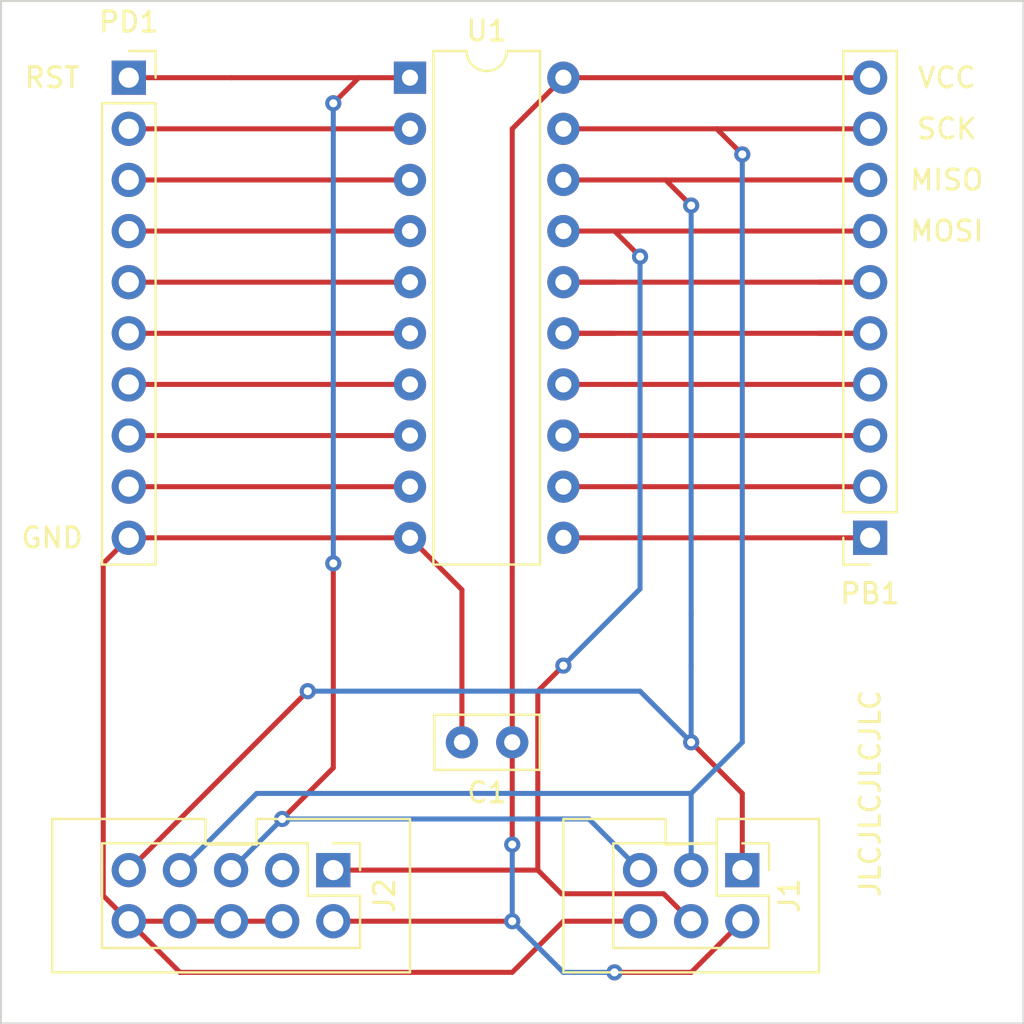
<source format=kicad_pcb>
(kicad_pcb (version 20171130) (host pcbnew "(5.1.7)-1")

  (general
    (thickness 1.6)
    (drawings 27)
    (tracks 93)
    (zones 0)
    (modules 6)
    (nets 22)
  )

  (page A4)
  (layers
    (0 F.Cu signal)
    (31 B.Cu signal)
    (32 B.Adhes user)
    (33 F.Adhes user)
    (34 B.Paste user)
    (35 F.Paste user)
    (36 B.SilkS user)
    (37 F.SilkS user)
    (38 B.Mask user)
    (39 F.Mask user)
    (40 Dwgs.User user)
    (41 Cmts.User user)
    (42 Eco1.User user)
    (43 Eco2.User user)
    (44 Edge.Cuts user)
    (45 Margin user)
    (46 B.CrtYd user)
    (47 F.CrtYd user)
    (48 B.Fab user)
    (49 F.Fab user)
  )

  (setup
    (last_trace_width 0.25)
    (trace_clearance 0.2)
    (zone_clearance 0.508)
    (zone_45_only no)
    (trace_min 0.2)
    (via_size 0.8)
    (via_drill 0.4)
    (via_min_size 0.4)
    (via_min_drill 0.3)
    (uvia_size 0.3)
    (uvia_drill 0.1)
    (uvias_allowed no)
    (uvia_min_size 0.2)
    (uvia_min_drill 0.1)
    (edge_width 0.05)
    (segment_width 0.2)
    (pcb_text_width 0.3)
    (pcb_text_size 1.5 1.5)
    (mod_edge_width 0.12)
    (mod_text_size 1 1)
    (mod_text_width 0.15)
    (pad_size 1.524 1.524)
    (pad_drill 0.762)
    (pad_to_mask_clearance 0)
    (aux_axis_origin 0 0)
    (visible_elements 7FFFFFFF)
    (pcbplotparams
      (layerselection 0x010fc_ffffffff)
      (usegerberextensions false)
      (usegerberattributes true)
      (usegerberadvancedattributes true)
      (creategerberjobfile true)
      (excludeedgelayer true)
      (linewidth 0.100000)
      (plotframeref false)
      (viasonmask false)
      (mode 1)
      (useauxorigin false)
      (hpglpennumber 1)
      (hpglpenspeed 20)
      (hpglpendiameter 15.000000)
      (psnegative false)
      (psa4output false)
      (plotreference true)
      (plotvalue true)
      (plotinvisibletext false)
      (padsonsilk false)
      (subtractmaskfromsilk false)
      (outputformat 1)
      (mirror false)
      (drillshape 0)
      (scaleselection 1)
      (outputdirectory "gerber/"))
  )

  (net 0 "")
  (net 1 "Net-(C1-Pad2)")
  (net 2 "Net-(C1-Pad1)")
  (net 3 "Net-(J1-Pad5)")
  (net 4 "Net-(J1-Pad4)")
  (net 5 "Net-(J1-Pad3)")
  (net 6 "Net-(J1-Pad1)")
  (net 7 "Net-(J2-Pad3)")
  (net 8 "Net-(PB1-Pad6)")
  (net 9 "Net-(PB1-Pad5)")
  (net 10 "Net-(PB1-Pad4)")
  (net 11 "Net-(PB1-Pad3)")
  (net 12 "Net-(PB1-Pad2)")
  (net 13 "Net-(PB1-Pad1)")
  (net 14 "Net-(PD1-Pad9)")
  (net 15 "Net-(PD1-Pad8)")
  (net 16 "Net-(PD1-Pad7)")
  (net 17 "Net-(PD1-Pad6)")
  (net 18 "Net-(PD1-Pad5)")
  (net 19 "Net-(PD1-Pad4)")
  (net 20 "Net-(PD1-Pad3)")
  (net 21 "Net-(PD1-Pad2)")

  (net_class Default "This is the default net class."
    (clearance 0.2)
    (trace_width 0.25)
    (via_dia 0.8)
    (via_drill 0.4)
    (uvia_dia 0.3)
    (uvia_drill 0.1)
    (add_net "Net-(C1-Pad1)")
    (add_net "Net-(C1-Pad2)")
    (add_net "Net-(J1-Pad1)")
    (add_net "Net-(J1-Pad3)")
    (add_net "Net-(J1-Pad4)")
    (add_net "Net-(J1-Pad5)")
    (add_net "Net-(J2-Pad3)")
    (add_net "Net-(PB1-Pad1)")
    (add_net "Net-(PB1-Pad2)")
    (add_net "Net-(PB1-Pad3)")
    (add_net "Net-(PB1-Pad4)")
    (add_net "Net-(PB1-Pad5)")
    (add_net "Net-(PB1-Pad6)")
    (add_net "Net-(PD1-Pad2)")
    (add_net "Net-(PD1-Pad3)")
    (add_net "Net-(PD1-Pad4)")
    (add_net "Net-(PD1-Pad5)")
    (add_net "Net-(PD1-Pad6)")
    (add_net "Net-(PD1-Pad7)")
    (add_net "Net-(PD1-Pad8)")
    (add_net "Net-(PD1-Pad9)")
  )

  (module Connector_PinSocket_2.54mm:PinSocket_1x10_P2.54mm_Vertical (layer F.Cu) (tedit 5A19A425) (tstamp 5F9F5D0A)
    (at 105.41 85.09)
    (descr "Through hole straight socket strip, 1x10, 2.54mm pitch, single row (from Kicad 4.0.7), script generated")
    (tags "Through hole socket strip THT 1x10 2.54mm single row")
    (path /5FA95298)
    (fp_text reference PD1 (at 0 -2.77) (layer F.SilkS)
      (effects (font (size 1 1) (thickness 0.15)))
    )
    (fp_text value Conn_01x10 (at 0 25.63) (layer F.Fab)
      (effects (font (size 1 1) (thickness 0.15)))
    )
    (fp_text user %R (at 0 11.43 90) (layer F.Fab)
      (effects (font (size 1 1) (thickness 0.15)))
    )
    (fp_line (start -1.27 -1.27) (end 0.635 -1.27) (layer F.Fab) (width 0.1))
    (fp_line (start 0.635 -1.27) (end 1.27 -0.635) (layer F.Fab) (width 0.1))
    (fp_line (start 1.27 -0.635) (end 1.27 24.13) (layer F.Fab) (width 0.1))
    (fp_line (start 1.27 24.13) (end -1.27 24.13) (layer F.Fab) (width 0.1))
    (fp_line (start -1.27 24.13) (end -1.27 -1.27) (layer F.Fab) (width 0.1))
    (fp_line (start -1.33 1.27) (end 1.33 1.27) (layer F.SilkS) (width 0.12))
    (fp_line (start -1.33 1.27) (end -1.33 24.19) (layer F.SilkS) (width 0.12))
    (fp_line (start -1.33 24.19) (end 1.33 24.19) (layer F.SilkS) (width 0.12))
    (fp_line (start 1.33 1.27) (end 1.33 24.19) (layer F.SilkS) (width 0.12))
    (fp_line (start 1.33 -1.33) (end 1.33 0) (layer F.SilkS) (width 0.12))
    (fp_line (start 0 -1.33) (end 1.33 -1.33) (layer F.SilkS) (width 0.12))
    (fp_line (start -1.8 -1.8) (end 1.75 -1.8) (layer F.CrtYd) (width 0.05))
    (fp_line (start 1.75 -1.8) (end 1.75 24.6) (layer F.CrtYd) (width 0.05))
    (fp_line (start 1.75 24.6) (end -1.8 24.6) (layer F.CrtYd) (width 0.05))
    (fp_line (start -1.8 24.6) (end -1.8 -1.8) (layer F.CrtYd) (width 0.05))
    (pad 10 thru_hole oval (at 0 22.86) (size 1.7 1.7) (drill 1) (layers *.Cu *.Mask)
      (net 1 "Net-(C1-Pad2)"))
    (pad 9 thru_hole oval (at 0 20.32) (size 1.7 1.7) (drill 1) (layers *.Cu *.Mask)
      (net 14 "Net-(PD1-Pad9)"))
    (pad 8 thru_hole oval (at 0 17.78) (size 1.7 1.7) (drill 1) (layers *.Cu *.Mask)
      (net 15 "Net-(PD1-Pad8)"))
    (pad 7 thru_hole oval (at 0 15.24) (size 1.7 1.7) (drill 1) (layers *.Cu *.Mask)
      (net 16 "Net-(PD1-Pad7)"))
    (pad 6 thru_hole oval (at 0 12.7) (size 1.7 1.7) (drill 1) (layers *.Cu *.Mask)
      (net 17 "Net-(PD1-Pad6)"))
    (pad 5 thru_hole oval (at 0 10.16) (size 1.7 1.7) (drill 1) (layers *.Cu *.Mask)
      (net 18 "Net-(PD1-Pad5)"))
    (pad 4 thru_hole oval (at 0 7.62) (size 1.7 1.7) (drill 1) (layers *.Cu *.Mask)
      (net 19 "Net-(PD1-Pad4)"))
    (pad 3 thru_hole oval (at 0 5.08) (size 1.7 1.7) (drill 1) (layers *.Cu *.Mask)
      (net 20 "Net-(PD1-Pad3)"))
    (pad 2 thru_hole oval (at 0 2.54) (size 1.7 1.7) (drill 1) (layers *.Cu *.Mask)
      (net 21 "Net-(PD1-Pad2)"))
    (pad 1 thru_hole rect (at 0 0) (size 1.7 1.7) (drill 1) (layers *.Cu *.Mask)
      (net 3 "Net-(J1-Pad5)"))
    (model ${KISYS3DMOD}/Connector_PinSocket_2.54mm.3dshapes/PinSocket_1x10_P2.54mm_Vertical.wrl
      (at (xyz 0 0 0))
      (scale (xyz 1 1 1))
      (rotate (xyz 0 0 0))
    )
  )

  (module Connector_PinSocket_2.54mm:PinSocket_1x10_P2.54mm_Vertical (layer F.Cu) (tedit 5A19A425) (tstamp 5F9F5D61)
    (at 142.24 107.95 180)
    (descr "Through hole straight socket strip, 1x10, 2.54mm pitch, single row (from Kicad 4.0.7), script generated")
    (tags "Through hole socket strip THT 1x10 2.54mm single row")
    (path /5FA935EE)
    (fp_text reference PB1 (at 0 -2.77) (layer F.SilkS)
      (effects (font (size 1 1) (thickness 0.15)))
    )
    (fp_text value Conn_01x10 (at 0 25.63) (layer F.Fab)
      (effects (font (size 1 1) (thickness 0.15)))
    )
    (fp_text user %R (at 0 11.43 90) (layer F.Fab)
      (effects (font (size 1 1) (thickness 0.15)))
    )
    (fp_line (start -1.27 -1.27) (end 0.635 -1.27) (layer F.Fab) (width 0.1))
    (fp_line (start 0.635 -1.27) (end 1.27 -0.635) (layer F.Fab) (width 0.1))
    (fp_line (start 1.27 -0.635) (end 1.27 24.13) (layer F.Fab) (width 0.1))
    (fp_line (start 1.27 24.13) (end -1.27 24.13) (layer F.Fab) (width 0.1))
    (fp_line (start -1.27 24.13) (end -1.27 -1.27) (layer F.Fab) (width 0.1))
    (fp_line (start -1.33 1.27) (end 1.33 1.27) (layer F.SilkS) (width 0.12))
    (fp_line (start -1.33 1.27) (end -1.33 24.19) (layer F.SilkS) (width 0.12))
    (fp_line (start -1.33 24.19) (end 1.33 24.19) (layer F.SilkS) (width 0.12))
    (fp_line (start 1.33 1.27) (end 1.33 24.19) (layer F.SilkS) (width 0.12))
    (fp_line (start 1.33 -1.33) (end 1.33 0) (layer F.SilkS) (width 0.12))
    (fp_line (start 0 -1.33) (end 1.33 -1.33) (layer F.SilkS) (width 0.12))
    (fp_line (start -1.8 -1.8) (end 1.75 -1.8) (layer F.CrtYd) (width 0.05))
    (fp_line (start 1.75 -1.8) (end 1.75 24.6) (layer F.CrtYd) (width 0.05))
    (fp_line (start 1.75 24.6) (end -1.8 24.6) (layer F.CrtYd) (width 0.05))
    (fp_line (start -1.8 24.6) (end -1.8 -1.8) (layer F.CrtYd) (width 0.05))
    (pad 10 thru_hole oval (at 0 22.86 180) (size 1.7 1.7) (drill 1) (layers *.Cu *.Mask)
      (net 2 "Net-(C1-Pad1)"))
    (pad 9 thru_hole oval (at 0 20.32 180) (size 1.7 1.7) (drill 1) (layers *.Cu *.Mask)
      (net 5 "Net-(J1-Pad3)"))
    (pad 8 thru_hole oval (at 0 17.78 180) (size 1.7 1.7) (drill 1) (layers *.Cu *.Mask)
      (net 6 "Net-(J1-Pad1)"))
    (pad 7 thru_hole oval (at 0 15.24 180) (size 1.7 1.7) (drill 1) (layers *.Cu *.Mask)
      (net 4 "Net-(J1-Pad4)"))
    (pad 6 thru_hole oval (at 0 12.7 180) (size 1.7 1.7) (drill 1) (layers *.Cu *.Mask)
      (net 8 "Net-(PB1-Pad6)"))
    (pad 5 thru_hole oval (at 0 10.16 180) (size 1.7 1.7) (drill 1) (layers *.Cu *.Mask)
      (net 9 "Net-(PB1-Pad5)"))
    (pad 4 thru_hole oval (at 0 7.62 180) (size 1.7 1.7) (drill 1) (layers *.Cu *.Mask)
      (net 10 "Net-(PB1-Pad4)"))
    (pad 3 thru_hole oval (at 0 5.08 180) (size 1.7 1.7) (drill 1) (layers *.Cu *.Mask)
      (net 11 "Net-(PB1-Pad3)"))
    (pad 2 thru_hole oval (at 0 2.54 180) (size 1.7 1.7) (drill 1) (layers *.Cu *.Mask)
      (net 12 "Net-(PB1-Pad2)"))
    (pad 1 thru_hole rect (at 0 0 180) (size 1.7 1.7) (drill 1) (layers *.Cu *.Mask)
      (net 13 "Net-(PB1-Pad1)"))
    (model ${KISYS3DMOD}/Connector_PinSocket_2.54mm.3dshapes/PinSocket_1x10_P2.54mm_Vertical.wrl
      (at (xyz 0 0 0))
      (scale (xyz 1 1 1))
      (rotate (xyz 0 0 0))
    )
  )

  (module Connector_PinHeader_2.54mm:PinHeader_2x05_P2.54mm_Vertical (layer F.Cu) (tedit 59FED5CC) (tstamp 5F9F36D9)
    (at 115.57 124.46 270)
    (descr "Through hole straight pin header, 2x05, 2.54mm pitch, double rows")
    (tags "Through hole pin header THT 2x05 2.54mm double row")
    (path /5F9ED1CA)
    (fp_text reference J2 (at 1.27 -2.54 90) (layer F.SilkS)
      (effects (font (size 1 1) (thickness 0.15)))
    )
    (fp_text value AVR-ISP-10 (at 6.35 5.08 180) (layer F.Fab)
      (effects (font (size 1 1) (thickness 0.15)))
    )
    (fp_line (start 0 -1.27) (end 3.81 -1.27) (layer F.Fab) (width 0.1))
    (fp_line (start 3.81 -1.27) (end 3.81 11.43) (layer F.Fab) (width 0.1))
    (fp_line (start 3.81 11.43) (end -1.27 11.43) (layer F.Fab) (width 0.1))
    (fp_line (start -1.27 11.43) (end -1.27 0) (layer F.Fab) (width 0.1))
    (fp_line (start -1.27 0) (end 0 -1.27) (layer F.Fab) (width 0.1))
    (fp_line (start -1.33 11.49) (end 3.87 11.49) (layer F.SilkS) (width 0.12))
    (fp_line (start -1.33 1.27) (end -1.33 11.49) (layer F.SilkS) (width 0.12))
    (fp_line (start 3.87 -1.33) (end 3.87 11.49) (layer F.SilkS) (width 0.12))
    (fp_line (start -1.33 1.27) (end 1.27 1.27) (layer F.SilkS) (width 0.12))
    (fp_line (start 1.27 1.27) (end 1.27 -1.33) (layer F.SilkS) (width 0.12))
    (fp_line (start 1.27 -1.33) (end 3.87 -1.33) (layer F.SilkS) (width 0.12))
    (fp_line (start -1.33 0) (end -1.33 -1.33) (layer F.SilkS) (width 0.12))
    (fp_line (start -1.33 -1.33) (end 0 -1.33) (layer F.SilkS) (width 0.12))
    (fp_line (start -1.8 -1.8) (end -1.8 11.95) (layer F.CrtYd) (width 0.05))
    (fp_line (start -1.8 11.95) (end 4.35 11.95) (layer F.CrtYd) (width 0.05))
    (fp_line (start 4.35 11.95) (end 4.35 -1.8) (layer F.CrtYd) (width 0.05))
    (fp_line (start 4.35 -1.8) (end -1.8 -1.8) (layer F.CrtYd) (width 0.05))
    (fp_text user %R (at 1.27 5.08) (layer F.Fab)
      (effects (font (size 1 1) (thickness 0.15)))
    )
    (pad 10 thru_hole oval (at 2.54 10.16 270) (size 1.7 1.7) (drill 1) (layers *.Cu *.Mask)
      (net 1 "Net-(C1-Pad2)"))
    (pad 9 thru_hole oval (at 0 10.16 270) (size 1.7 1.7) (drill 1) (layers *.Cu *.Mask)
      (net 6 "Net-(J1-Pad1)"))
    (pad 8 thru_hole oval (at 2.54 7.62 270) (size 1.7 1.7) (drill 1) (layers *.Cu *.Mask)
      (net 1 "Net-(C1-Pad2)"))
    (pad 7 thru_hole oval (at 0 7.62 270) (size 1.7 1.7) (drill 1) (layers *.Cu *.Mask)
      (net 5 "Net-(J1-Pad3)"))
    (pad 6 thru_hole oval (at 2.54 5.08 270) (size 1.7 1.7) (drill 1) (layers *.Cu *.Mask)
      (net 1 "Net-(C1-Pad2)"))
    (pad 5 thru_hole oval (at 0 5.08 270) (size 1.7 1.7) (drill 1) (layers *.Cu *.Mask)
      (net 3 "Net-(J1-Pad5)"))
    (pad 4 thru_hole oval (at 2.54 2.54 270) (size 1.7 1.7) (drill 1) (layers *.Cu *.Mask)
      (net 1 "Net-(C1-Pad2)"))
    (pad 3 thru_hole oval (at 0 2.54 270) (size 1.7 1.7) (drill 1) (layers *.Cu *.Mask)
      (net 7 "Net-(J2-Pad3)"))
    (pad 2 thru_hole oval (at 2.54 0 270) (size 1.7 1.7) (drill 1) (layers *.Cu *.Mask)
      (net 2 "Net-(C1-Pad1)"))
    (pad 1 thru_hole rect (at 0 0 270) (size 1.7 1.7) (drill 1) (layers *.Cu *.Mask)
      (net 4 "Net-(J1-Pad4)"))
    (model ${KISYS3DMOD}/Connector_PinHeader_2.54mm.3dshapes/PinHeader_2x05_P2.54mm_Vertical.wrl
      (at (xyz 0 0 0))
      (scale (xyz 1 1 1))
      (rotate (xyz 0 0 0))
    )
  )

  (module Capacitor_THT:C_Disc_D5.0mm_W2.5mm_P2.50mm (layer F.Cu) (tedit 5AE50EF0) (tstamp 5F9F58F0)
    (at 124.46 118.11 180)
    (descr "C, Disc series, Radial, pin pitch=2.50mm, , diameter*width=5*2.5mm^2, Capacitor, http://cdn-reichelt.de/documents/datenblatt/B300/DS_KERKO_TC.pdf")
    (tags "C Disc series Radial pin pitch 2.50mm  diameter 5mm width 2.5mm Capacitor")
    (path /5FA7DA07)
    (fp_text reference C1 (at 1.25 -2.5) (layer F.SilkS)
      (effects (font (size 1 1) (thickness 0.15)))
    )
    (fp_text value 100nF (at 1.25 2.5) (layer F.Fab)
      (effects (font (size 1 1) (thickness 0.15)))
    )
    (fp_line (start -1.25 -1.25) (end -1.25 1.25) (layer F.Fab) (width 0.1))
    (fp_line (start -1.25 1.25) (end 3.75 1.25) (layer F.Fab) (width 0.1))
    (fp_line (start 3.75 1.25) (end 3.75 -1.25) (layer F.Fab) (width 0.1))
    (fp_line (start 3.75 -1.25) (end -1.25 -1.25) (layer F.Fab) (width 0.1))
    (fp_line (start -1.37 -1.37) (end 3.87 -1.37) (layer F.SilkS) (width 0.12))
    (fp_line (start -1.37 1.37) (end 3.87 1.37) (layer F.SilkS) (width 0.12))
    (fp_line (start -1.37 -1.37) (end -1.37 1.37) (layer F.SilkS) (width 0.12))
    (fp_line (start 3.87 -1.37) (end 3.87 1.37) (layer F.SilkS) (width 0.12))
    (fp_line (start -1.5 -1.5) (end -1.5 1.5) (layer F.CrtYd) (width 0.05))
    (fp_line (start -1.5 1.5) (end 4 1.5) (layer F.CrtYd) (width 0.05))
    (fp_line (start 4 1.5) (end 4 -1.5) (layer F.CrtYd) (width 0.05))
    (fp_line (start 4 -1.5) (end -1.5 -1.5) (layer F.CrtYd) (width 0.05))
    (fp_text user %R (at 1.25 0) (layer F.Fab)
      (effects (font (size 1 1) (thickness 0.15)))
    )
    (pad 2 thru_hole circle (at 2.5 0 180) (size 1.6 1.6) (drill 0.8) (layers *.Cu *.Mask)
      (net 1 "Net-(C1-Pad2)"))
    (pad 1 thru_hole circle (at 0 0 180) (size 1.6 1.6) (drill 0.8) (layers *.Cu *.Mask)
      (net 2 "Net-(C1-Pad1)"))
    (model ${KISYS3DMOD}/Capacitor_THT.3dshapes/C_Disc_D5.0mm_W2.5mm_P2.50mm.wrl
      (at (xyz 0 0 0))
      (scale (xyz 1 1 1))
      (rotate (xyz 0 0 0))
    )
  )

  (module Package_DIP:DIP-20_W7.62mm (layer F.Cu) (tedit 5A02E8C5) (tstamp 5F9F5DC2)
    (at 119.38 85.09)
    (descr "20-lead though-hole mounted DIP package, row spacing 7.62 mm (300 mils)")
    (tags "THT DIP DIL PDIP 2.54mm 7.62mm 300mil")
    (path /5F9F17C2)
    (fp_text reference U1 (at 3.81 -2.33) (layer F.SilkS)
      (effects (font (size 1 1) (thickness 0.15)))
    )
    (fp_text value ATtiny2313-20PU (at 3.81 25.4) (layer F.Fab)
      (effects (font (size 1 1) (thickness 0.15)))
    )
    (fp_line (start 1.635 -1.27) (end 6.985 -1.27) (layer F.Fab) (width 0.1))
    (fp_line (start 6.985 -1.27) (end 6.985 24.13) (layer F.Fab) (width 0.1))
    (fp_line (start 6.985 24.13) (end 0.635 24.13) (layer F.Fab) (width 0.1))
    (fp_line (start 0.635 24.13) (end 0.635 -0.27) (layer F.Fab) (width 0.1))
    (fp_line (start 0.635 -0.27) (end 1.635 -1.27) (layer F.Fab) (width 0.1))
    (fp_line (start 2.81 -1.33) (end 1.16 -1.33) (layer F.SilkS) (width 0.12))
    (fp_line (start 1.16 -1.33) (end 1.16 24.19) (layer F.SilkS) (width 0.12))
    (fp_line (start 1.16 24.19) (end 6.46 24.19) (layer F.SilkS) (width 0.12))
    (fp_line (start 6.46 24.19) (end 6.46 -1.33) (layer F.SilkS) (width 0.12))
    (fp_line (start 6.46 -1.33) (end 4.81 -1.33) (layer F.SilkS) (width 0.12))
    (fp_line (start -1.1 -1.55) (end -1.1 24.4) (layer F.CrtYd) (width 0.05))
    (fp_line (start -1.1 24.4) (end 8.7 24.4) (layer F.CrtYd) (width 0.05))
    (fp_line (start 8.7 24.4) (end 8.7 -1.55) (layer F.CrtYd) (width 0.05))
    (fp_line (start 8.7 -1.55) (end -1.1 -1.55) (layer F.CrtYd) (width 0.05))
    (fp_text user %R (at 3.81 11.43) (layer F.Fab)
      (effects (font (size 1 1) (thickness 0.15)))
    )
    (fp_arc (start 3.81 -1.33) (end 2.81 -1.33) (angle -180) (layer F.SilkS) (width 0.12))
    (pad 20 thru_hole oval (at 7.62 0) (size 1.6 1.6) (drill 0.8) (layers *.Cu *.Mask)
      (net 2 "Net-(C1-Pad1)"))
    (pad 10 thru_hole oval (at 0 22.86) (size 1.6 1.6) (drill 0.8) (layers *.Cu *.Mask)
      (net 1 "Net-(C1-Pad2)"))
    (pad 19 thru_hole oval (at 7.62 2.54) (size 1.6 1.6) (drill 0.8) (layers *.Cu *.Mask)
      (net 5 "Net-(J1-Pad3)"))
    (pad 9 thru_hole oval (at 0 20.32) (size 1.6 1.6) (drill 0.8) (layers *.Cu *.Mask)
      (net 14 "Net-(PD1-Pad9)"))
    (pad 18 thru_hole oval (at 7.62 5.08) (size 1.6 1.6) (drill 0.8) (layers *.Cu *.Mask)
      (net 6 "Net-(J1-Pad1)"))
    (pad 8 thru_hole oval (at 0 17.78) (size 1.6 1.6) (drill 0.8) (layers *.Cu *.Mask)
      (net 15 "Net-(PD1-Pad8)"))
    (pad 17 thru_hole oval (at 7.62 7.62) (size 1.6 1.6) (drill 0.8) (layers *.Cu *.Mask)
      (net 4 "Net-(J1-Pad4)"))
    (pad 7 thru_hole oval (at 0 15.24) (size 1.6 1.6) (drill 0.8) (layers *.Cu *.Mask)
      (net 16 "Net-(PD1-Pad7)"))
    (pad 16 thru_hole oval (at 7.62 10.16) (size 1.6 1.6) (drill 0.8) (layers *.Cu *.Mask)
      (net 8 "Net-(PB1-Pad6)"))
    (pad 6 thru_hole oval (at 0 12.7) (size 1.6 1.6) (drill 0.8) (layers *.Cu *.Mask)
      (net 17 "Net-(PD1-Pad6)"))
    (pad 15 thru_hole oval (at 7.62 12.7) (size 1.6 1.6) (drill 0.8) (layers *.Cu *.Mask)
      (net 9 "Net-(PB1-Pad5)"))
    (pad 5 thru_hole oval (at 0 10.16) (size 1.6 1.6) (drill 0.8) (layers *.Cu *.Mask)
      (net 18 "Net-(PD1-Pad5)"))
    (pad 14 thru_hole oval (at 7.62 15.24) (size 1.6 1.6) (drill 0.8) (layers *.Cu *.Mask)
      (net 10 "Net-(PB1-Pad4)"))
    (pad 4 thru_hole oval (at 0 7.62) (size 1.6 1.6) (drill 0.8) (layers *.Cu *.Mask)
      (net 19 "Net-(PD1-Pad4)"))
    (pad 13 thru_hole oval (at 7.62 17.78) (size 1.6 1.6) (drill 0.8) (layers *.Cu *.Mask)
      (net 11 "Net-(PB1-Pad3)"))
    (pad 3 thru_hole oval (at 0 5.08) (size 1.6 1.6) (drill 0.8) (layers *.Cu *.Mask)
      (net 20 "Net-(PD1-Pad3)"))
    (pad 12 thru_hole oval (at 7.62 20.32) (size 1.6 1.6) (drill 0.8) (layers *.Cu *.Mask)
      (net 12 "Net-(PB1-Pad2)"))
    (pad 2 thru_hole oval (at 0 2.54) (size 1.6 1.6) (drill 0.8) (layers *.Cu *.Mask)
      (net 21 "Net-(PD1-Pad2)"))
    (pad 11 thru_hole oval (at 7.62 22.86) (size 1.6 1.6) (drill 0.8) (layers *.Cu *.Mask)
      (net 13 "Net-(PB1-Pad1)"))
    (pad 1 thru_hole rect (at 0 0) (size 1.6 1.6) (drill 0.8) (layers *.Cu *.Mask)
      (net 3 "Net-(J1-Pad5)"))
    (model ${KISYS3DMOD}/Package_DIP.3dshapes/DIP-20_W7.62mm.wrl
      (at (xyz 0 0 0))
      (scale (xyz 1 1 1))
      (rotate (xyz 0 0 0))
    )
  )

  (module Connector_PinHeader_2.54mm:PinHeader_2x03_P2.54mm_Vertical (layer F.Cu) (tedit 59FED5CC) (tstamp 5F9F36B9)
    (at 135.89 124.46 270)
    (descr "Through hole straight pin header, 2x03, 2.54mm pitch, double rows")
    (tags "Through hole pin header THT 2x03 2.54mm double row")
    (path /5F9EB97E)
    (fp_text reference J1 (at 1.27 -2.33 90) (layer F.SilkS)
      (effects (font (size 1 1) (thickness 0.15)))
    )
    (fp_text value AVR-ISP-6 (at 6.35 2.54 180) (layer F.Fab)
      (effects (font (size 1 1) (thickness 0.15)))
    )
    (fp_line (start 0 -1.27) (end 3.81 -1.27) (layer F.Fab) (width 0.1))
    (fp_line (start 3.81 -1.27) (end 3.81 6.35) (layer F.Fab) (width 0.1))
    (fp_line (start 3.81 6.35) (end -1.27 6.35) (layer F.Fab) (width 0.1))
    (fp_line (start -1.27 6.35) (end -1.27 0) (layer F.Fab) (width 0.1))
    (fp_line (start -1.27 0) (end 0 -1.27) (layer F.Fab) (width 0.1))
    (fp_line (start -1.33 6.41) (end 3.87 6.41) (layer F.SilkS) (width 0.12))
    (fp_line (start -1.33 1.27) (end -1.33 6.41) (layer F.SilkS) (width 0.12))
    (fp_line (start 3.87 -1.33) (end 3.87 6.41) (layer F.SilkS) (width 0.12))
    (fp_line (start -1.33 1.27) (end 1.27 1.27) (layer F.SilkS) (width 0.12))
    (fp_line (start 1.27 1.27) (end 1.27 -1.33) (layer F.SilkS) (width 0.12))
    (fp_line (start 1.27 -1.33) (end 3.87 -1.33) (layer F.SilkS) (width 0.12))
    (fp_line (start -1.33 0) (end -1.33 -1.33) (layer F.SilkS) (width 0.12))
    (fp_line (start -1.33 -1.33) (end 0 -1.33) (layer F.SilkS) (width 0.12))
    (fp_line (start -1.8 -1.8) (end -1.8 6.85) (layer F.CrtYd) (width 0.05))
    (fp_line (start -1.8 6.85) (end 4.35 6.85) (layer F.CrtYd) (width 0.05))
    (fp_line (start 4.35 6.85) (end 4.35 -1.8) (layer F.CrtYd) (width 0.05))
    (fp_line (start 4.35 -1.8) (end -1.8 -1.8) (layer F.CrtYd) (width 0.05))
    (fp_text user %R (at 1.27 2.54) (layer F.Fab)
      (effects (font (size 1 1) (thickness 0.15)))
    )
    (pad 6 thru_hole oval (at 2.54 5.08 270) (size 1.7 1.7) (drill 1) (layers *.Cu *.Mask)
      (net 1 "Net-(C1-Pad2)"))
    (pad 5 thru_hole oval (at 0 5.08 270) (size 1.7 1.7) (drill 1) (layers *.Cu *.Mask)
      (net 3 "Net-(J1-Pad5)"))
    (pad 4 thru_hole oval (at 2.54 2.54 270) (size 1.7 1.7) (drill 1) (layers *.Cu *.Mask)
      (net 4 "Net-(J1-Pad4)"))
    (pad 3 thru_hole oval (at 0 2.54 270) (size 1.7 1.7) (drill 1) (layers *.Cu *.Mask)
      (net 5 "Net-(J1-Pad3)"))
    (pad 2 thru_hole oval (at 2.54 0 270) (size 1.7 1.7) (drill 1) (layers *.Cu *.Mask)
      (net 2 "Net-(C1-Pad1)"))
    (pad 1 thru_hole rect (at 0 0 270) (size 1.7 1.7) (drill 1) (layers *.Cu *.Mask)
      (net 6 "Net-(J1-Pad1)"))
    (model ${KISYS3DMOD}/Connector_PinHeader_2.54mm.3dshapes/PinHeader_2x03_P2.54mm_Vertical.wrl
      (at (xyz 0 0 0))
      (scale (xyz 1 1 1))
      (rotate (xyz 0 0 0))
    )
  )

  (gr_line (start 149.86 81.28) (end 149.86 132.08) (layer Edge.Cuts) (width 0.1))
  (gr_line (start 99.06 81.28) (end 149.86 81.28) (layer Edge.Cuts) (width 0.1))
  (gr_line (start 99.06 132.08) (end 99.06 81.28) (layer Edge.Cuts) (width 0.1))
  (gr_line (start 149.86 132.08) (end 99.06 132.08) (layer Edge.Cuts) (width 0.1))
  (gr_text JLCJLCJLCJLC (at 142.24 120.65 90) (layer F.SilkS)
    (effects (font (size 1 1) (thickness 0.15)))
  )
  (gr_text "GND\n" (at 101.6 107.95) (layer F.SilkS)
    (effects (font (size 1 1) (thickness 0.15)))
  )
  (gr_text "RST\n" (at 101.6 85.09) (layer F.SilkS)
    (effects (font (size 1 1) (thickness 0.15)))
  )
  (gr_text MOSI (at 146.05 92.71) (layer F.SilkS)
    (effects (font (size 1 1) (thickness 0.15)))
  )
  (gr_text "MISO\n" (at 146.05 90.17) (layer F.SilkS)
    (effects (font (size 1 1) (thickness 0.15)))
  )
  (gr_text "SCK\n" (at 146.05 87.63) (layer F.SilkS)
    (effects (font (size 1 1) (thickness 0.15)))
  )
  (gr_text "VCC\n" (at 146.05 85.09) (layer F.SilkS)
    (effects (font (size 1 1) (thickness 0.15)))
  )
  (gr_line (start 111.76 121.92) (end 119.38 121.92) (layer F.SilkS) (width 0.12) (tstamp 5F9F6D98))
  (gr_line (start 111.76 123.19) (end 111.76 121.92) (layer F.SilkS) (width 0.12))
  (gr_line (start 109.22 123.19) (end 111.76 123.19) (layer F.SilkS) (width 0.12))
  (gr_line (start 109.22 121.92) (end 109.22 123.19) (layer F.SilkS) (width 0.12))
  (gr_line (start 101.6 121.92) (end 109.22 121.92) (layer F.SilkS) (width 0.12))
  (gr_line (start 101.6 129.54) (end 101.6 121.92) (layer F.SilkS) (width 0.12))
  (gr_line (start 119.38 129.54) (end 101.6 129.54) (layer F.SilkS) (width 0.12))
  (gr_line (start 119.38 121.92) (end 119.38 129.54) (layer F.SilkS) (width 0.12))
  (gr_line (start 134.62 121.92) (end 139.7 121.92) (layer F.SilkS) (width 0.12) (tstamp 5F9F6D97))
  (gr_line (start 134.62 123.13) (end 134.62 121.92) (layer F.SilkS) (width 0.12))
  (gr_line (start 132.08 123.19) (end 134.62 123.13) (layer F.SilkS) (width 0.12))
  (gr_line (start 132.08 121.92) (end 132.08 123.19) (layer F.SilkS) (width 0.12))
  (gr_line (start 127 121.92) (end 132.08 121.92) (layer F.SilkS) (width 0.12))
  (gr_line (start 127 129.54) (end 127 121.92) (layer F.SilkS) (width 0.12))
  (gr_line (start 139.7 129.54) (end 127 129.54) (layer F.SilkS) (width 0.12))
  (gr_line (start 139.7 121.92) (end 139.7 129.54) (layer F.SilkS) (width 0.12))

  (segment (start 105.41 107.95) (end 119.38 107.95) (width 0.25) (layer F.Cu) (net 1) (tstamp 5F9F5CB8))
  (segment (start 105.41 127) (end 104.14 125.73) (width 0.25) (layer F.Cu) (net 1))
  (segment (start 104.14 109.22) (end 105.41 107.95) (width 0.25) (layer F.Cu) (net 1) (tstamp 5F9F5CDC))
  (segment (start 104.14 125.73) (end 104.14 109.22) (width 0.25) (layer F.Cu) (net 1) (tstamp 5F9F5CD6))
  (segment (start 105.41 127) (end 107.95 127) (width 0.25) (layer F.Cu) (net 1))
  (segment (start 110.49 127) (end 113.03 127) (width 0.25) (layer F.Cu) (net 1))
  (segment (start 107.95 127) (end 110.49 127) (width 0.25) (layer F.Cu) (net 1))
  (segment (start 121.96 110.53) (end 119.38 107.95) (width 0.25) (layer F.Cu) (net 1) (tstamp 5F9F5CE2))
  (segment (start 121.96 118.11) (end 121.96 110.53) (width 0.25) (layer F.Cu) (net 1) (tstamp 5F9F5CD3))
  (segment (start 107.95 129.54) (end 124.46 129.54) (width 0.25) (layer F.Cu) (net 1))
  (segment (start 105.41 127) (end 107.95 129.54) (width 0.25) (layer F.Cu) (net 1))
  (segment (start 124.46 129.54) (end 127 127) (width 0.25) (layer F.Cu) (net 1))
  (segment (start 127 127) (end 130.81 127) (width 0.25) (layer F.Cu) (net 1))
  (segment (start 127 85.09) (end 142.24 85.09) (width 0.25) (layer F.Cu) (net 2) (tstamp 5F9F5CEB))
  (segment (start 124.46 87.63) (end 124.46 118.11) (width 0.25) (layer F.Cu) (net 2) (tstamp 5F9F5CDF))
  (segment (start 127 85.09) (end 124.46 87.63) (width 0.25) (layer F.Cu) (net 2) (tstamp 5F9F5CE8))
  (via (at 124.46 127) (size 0.8) (drill 0.4) (layers F.Cu B.Cu) (net 2))
  (segment (start 115.57 127) (end 124.46 127) (width 0.25) (layer F.Cu) (net 2))
  (segment (start 124.46 127) (end 124.46 123.19) (width 0.25) (layer B.Cu) (net 2))
  (via (at 124.46 123.19) (size 0.8) (drill 0.4) (layers F.Cu B.Cu) (net 2))
  (segment (start 124.46 123.19) (end 124.46 118.11) (width 0.25) (layer F.Cu) (net 2))
  (via (at 129.54 129.54) (size 0.8) (drill 0.4) (layers F.Cu B.Cu) (net 2))
  (segment (start 133.35 129.54) (end 135.89 127) (width 0.25) (layer F.Cu) (net 2))
  (segment (start 129.54 129.54) (end 133.35 129.54) (width 0.25) (layer F.Cu) (net 2))
  (segment (start 124.46 127) (end 127 129.54) (width 0.25) (layer B.Cu) (net 2))
  (segment (start 127 129.54) (end 129.54 129.54) (width 0.25) (layer B.Cu) (net 2))
  (segment (start 110.49 85.09) (end 105.41 85.09) (width 0.25) (layer F.Cu) (net 3) (tstamp 5F9F5CE5))
  (segment (start 119.38 85.09) (end 110.49 85.09) (width 0.25) (layer F.Cu) (net 3) (tstamp 5F9F5CD9))
  (segment (start 110.49 124.46) (end 113.03 121.92) (width 0.25) (layer B.Cu) (net 3))
  (segment (start 130.81 124.46) (end 128.27 121.92) (width 0.25) (layer B.Cu) (net 3))
  (segment (start 113.03 121.92) (end 128.27 121.92) (width 0.25) (layer B.Cu) (net 3))
  (via (at 113.03 121.92) (size 0.8) (drill 0.4) (layers F.Cu B.Cu) (net 3))
  (segment (start 113.03 121.92) (end 115.57 119.38) (width 0.25) (layer F.Cu) (net 3))
  (segment (start 115.57 119.38) (end 115.57 109.22) (width 0.25) (layer F.Cu) (net 3) (tstamp 5F9F5E20))
  (via (at 115.57 109.22) (size 0.8) (drill 0.4) (layers F.Cu B.Cu) (net 3) (tstamp 5F9F5E1D))
  (via (at 115.57 86.36) (size 0.8) (drill 0.4) (layers F.Cu B.Cu) (net 3) (tstamp 5F9F5E14))
  (segment (start 115.57 109.22) (end 115.57 86.36) (width 0.25) (layer B.Cu) (net 3))
  (segment (start 115.57 86.36) (end 116.84 85.09) (width 0.25) (layer F.Cu) (net 3) (tstamp 5F9F5E23))
  (segment (start 127 92.71) (end 129.54 92.71) (width 0.25) (layer F.Cu) (net 4) (tstamp 5F9F5E50))
  (via (at 130.81 93.98) (size 0.8) (drill 0.4) (layers F.Cu B.Cu) (net 4) (tstamp 5F9F5E17))
  (segment (start 129.54 92.71) (end 130.81 93.98) (width 0.25) (layer F.Cu) (net 4) (tstamp 5F9F5E26))
  (segment (start 129.54 92.71) (end 142.24 92.71) (width 0.25) (layer F.Cu) (net 4) (tstamp 5F9F5E4D))
  (via (at 127 114.3) (size 0.8) (drill 0.4) (layers F.Cu B.Cu) (net 4))
  (segment (start 125.73 124.46) (end 115.57 124.46) (width 0.25) (layer F.Cu) (net 4))
  (segment (start 125.73 115.57) (end 125.73 124.46) (width 0.25) (layer F.Cu) (net 4))
  (segment (start 127 114.3) (end 125.73 115.57) (width 0.25) (layer F.Cu) (net 4))
  (segment (start 130.81 110.49) (end 130.81 93.98) (width 0.25) (layer B.Cu) (net 4))
  (segment (start 127 114.3) (end 130.81 110.49) (width 0.25) (layer B.Cu) (net 4))
  (segment (start 131.985001 125.635001) (end 126.905001 125.635001) (width 0.25) (layer F.Cu) (net 4))
  (segment (start 133.35 127) (end 131.985001 125.635001) (width 0.25) (layer F.Cu) (net 4))
  (segment (start 126.905001 125.635001) (end 125.73 124.46) (width 0.25) (layer F.Cu) (net 4))
  (segment (start 127 87.63) (end 134.62 87.63) (width 0.25) (layer F.Cu) (net 5) (tstamp 5F9F5E41))
  (segment (start 134.62 87.63) (end 142.24 87.63) (width 0.25) (layer F.Cu) (net 5) (tstamp 5F9F5E3B))
  (via (at 135.89 88.9) (size 0.8) (drill 0.4) (layers F.Cu B.Cu) (net 5) (tstamp 5F9F5E1A))
  (segment (start 134.62 87.63) (end 135.89 88.9) (width 0.25) (layer F.Cu) (net 5) (tstamp 5F9F5E2F))
  (segment (start 111.76 120.65) (end 107.95 124.46) (width 0.25) (layer B.Cu) (net 5))
  (segment (start 133.35 120.65) (end 111.76 120.65) (width 0.25) (layer B.Cu) (net 5))
  (segment (start 133.35 120.65) (end 133.35 124.46) (width 0.25) (layer B.Cu) (net 5))
  (segment (start 133.35 120.65) (end 135.89 118.11) (width 0.25) (layer B.Cu) (net 5))
  (segment (start 135.89 88.9) (end 135.89 118.11) (width 0.25) (layer B.Cu) (net 5))
  (segment (start 127 90.17) (end 132.08 90.17) (width 0.25) (layer F.Cu) (net 6) (tstamp 5F9F5E32))
  (segment (start 132.08 90.17) (end 133.35 91.44) (width 0.25) (layer F.Cu) (net 6) (tstamp 5F9F5E53))
  (via (at 133.35 91.44) (size 0.8) (drill 0.4) (layers F.Cu B.Cu) (net 6) (tstamp 5F9F5E11))
  (segment (start 133.35 91.44) (end 133.35 111.76) (width 0.25) (layer B.Cu) (net 6))
  (segment (start 132.08 90.17) (end 142.24 90.17) (width 0.25) (layer F.Cu) (net 6) (tstamp 5F9F5E4A))
  (segment (start 133.35 111.76) (end 133.35 114.3) (width 0.25) (layer B.Cu) (net 6))
  (via (at 133.35 118.11) (size 0.8) (drill 0.4) (layers F.Cu B.Cu) (net 6))
  (segment (start 133.35 114.3) (end 133.35 118.11) (width 0.25) (layer B.Cu) (net 6))
  (segment (start 133.35 118.11) (end 135.89 120.65) (width 0.25) (layer F.Cu) (net 6))
  (segment (start 135.89 120.65) (end 135.89 124.46) (width 0.25) (layer F.Cu) (net 6))
  (segment (start 133.35 118.11) (end 130.81 115.57) (width 0.25) (layer B.Cu) (net 6))
  (via (at 114.3 115.57) (size 0.8) (drill 0.4) (layers F.Cu B.Cu) (net 6))
  (segment (start 130.81 115.57) (end 114.3 115.57) (width 0.25) (layer B.Cu) (net 6))
  (segment (start 114.3 115.57) (end 105.41 124.46) (width 0.25) (layer F.Cu) (net 6))
  (segment (start 127 95.25) (end 129.54 95.25) (width 0.25) (layer F.Cu) (net 8) (tstamp 5F9F5E59))
  (segment (start 139.7 95.25) (end 142.24 95.25) (width 0.25) (layer F.Cu) (net 8) (tstamp 5F9F5E47))
  (segment (start 142.24 95.25) (end 127 95.25) (width 0.25) (layer F.Cu) (net 8) (tstamp 5F9F5E35))
  (segment (start 127 97.79) (end 129.54 97.79) (width 0.25) (layer F.Cu) (net 9) (tstamp 5F9F5CD0))
  (segment (start 139.7 97.79) (end 142.24 97.79) (width 0.25) (layer F.Cu) (net 9) (tstamp 5F9F5CCD))
  (segment (start 127 97.79) (end 142.24 97.79) (width 0.25) (layer F.Cu) (net 9) (tstamp 5F9F5E44))
  (segment (start 142.24 100.33) (end 129.54 100.33) (width 0.25) (layer F.Cu) (net 10) (tstamp 5F9F5E56))
  (segment (start 129.54 100.33) (end 127 100.33) (width 0.25) (layer F.Cu) (net 10) (tstamp 5F9F5E2C))
  (segment (start 127 102.87) (end 142.24 102.87) (width 0.25) (layer F.Cu) (net 11) (tstamp 5F9F5E38))
  (segment (start 142.24 105.41) (end 127 105.41) (width 0.25) (layer F.Cu) (net 12) (tstamp 5F9F5E3E))
  (segment (start 127 107.95) (end 142.24 107.95) (width 0.25) (layer F.Cu) (net 13) (tstamp 5F9F5E29))
  (segment (start 119.38 105.41) (end 105.41 105.41) (width 0.25) (layer F.Cu) (net 14) (tstamp 5F9F5CBB))
  (segment (start 105.41 102.87) (end 119.38 102.87) (width 0.25) (layer F.Cu) (net 15) (tstamp 5F9F5CC1))
  (segment (start 119.38 100.33) (end 105.41 100.33) (width 0.25) (layer F.Cu) (net 16) (tstamp 5F9F5CB2))
  (segment (start 105.41 97.79) (end 119.38 97.79) (width 0.25) (layer F.Cu) (net 17) (tstamp 5F9F5CC4))
  (segment (start 119.38 95.25) (end 105.41 95.25) (width 0.25) (layer F.Cu) (net 18) (tstamp 5F9F5CBE))
  (segment (start 105.41 92.71) (end 119.38 92.71) (width 0.25) (layer F.Cu) (net 19) (tstamp 5F9F5CB5))
  (segment (start 119.38 90.17) (end 105.41 90.17) (width 0.25) (layer F.Cu) (net 20) (tstamp 5F9F5CC7))
  (segment (start 105.41 87.63) (end 119.38 87.63) (width 0.25) (layer F.Cu) (net 21) (tstamp 5F9F5CCA))

)

</source>
